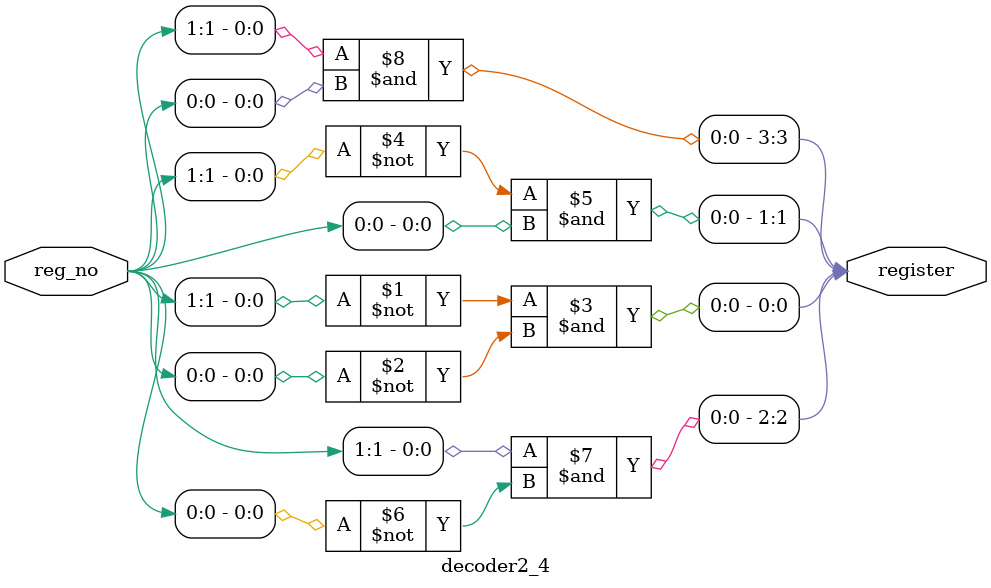
<source format=v>
module decoder2_4(register,reg_no);
	input [1:0] reg_no;
	output [3:0] register;
	assign register[0] = (~reg_no[1] & ~reg_no[0]),
		register[1] = (~reg_no[1] & reg_no[0]),
		register[2] = (reg_no[1] & ~reg_no[0]),
		register[3] = (reg_no[1] & reg_no[0]);
endmodule
</source>
